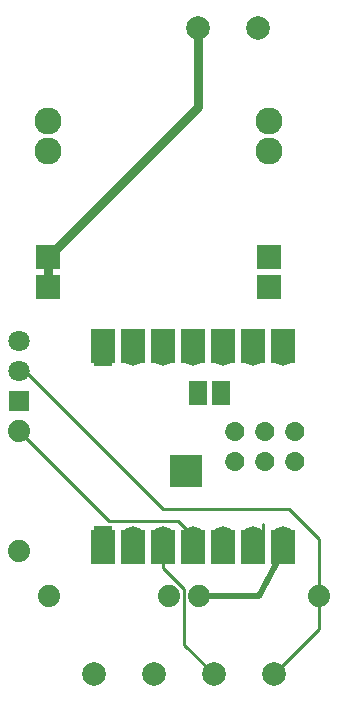
<source format=gtl>
G04 Layer: TopLayer*
G04 EasyEDA Pro v2.2.40.8, 2025-09-14 15:16:37*
G04 Gerber Generator version 0.3*
G04 Scale: 100 percent, Rotated: No, Reflected: No*
G04 Dimensions in millimeters*
G04 Leading zeros omitted, absolute positions, 4 integers and 5 decimals*
G04 Generated by one-click*
%FSLAX45Y45*%
%MOMM*%
%ADD10C,2.0*%
%ADD11C,1.8*%
%ADD12R,1.8X1.8*%
%ADD13C,1.8796*%
%ADD14R,2.0X2.99999*%
%ADD15R,2.8020X2.79999*%
%ADD16R,2.79999X2.79999*%
%ADD17R,1.524X2.032*%
%ADD18R,2.159X2.159*%
%ADD19C,2.286*%
%ADD20C,1.7*%
%ADD21R,1.5748X1.7*%
%ADD22C,0.8*%
%ADD23C,0.254*%
%ADD24C,0.5*%
G75*


G04 Pad Start*
G54D10*
G01X2400300Y-647700D03*
G01X1892300Y-647700D03*
G54D11*
G01X381000Y-3302000D03*
G01X381000Y-3556000D03*
G54D12*
G01X381000Y-3810000D03*
G54D13*
G01X1651000Y-5461000D03*
G01X635000Y-5461000D03*
G01X381000Y-4064000D03*
G01X381000Y-5080000D03*
G01X2921000Y-5461000D03*
G01X1905000Y-5461000D03*
G54D14*
G01X1094740Y-3341014D03*
G01X1348740Y-3341014D03*
G01X1602740Y-3341014D03*
G01X1856740Y-3341014D03*
G01X2110740Y-3341014D03*
G01X2364740Y-3341014D03*
G01X2618740Y-3341014D03*
G01X1094740Y-5040986D03*
G01X1348740Y-5040986D03*
G01X1602740Y-5040986D03*
G01X1856740Y-5040986D03*
G01X2110740Y-5040986D03*
G01X2364740Y-5040986D03*
G01X2618740Y-5040986D03*
G54D16*
G01X1796745Y-4401007D03*
G54D17*
G01X2086737Y-3741014D03*
G01X1896745Y-3741014D03*
G36*
G01X2796537Y-4063370D02*
G01X2796517Y-4065887D01*
G01X2796421Y-4068399D01*
G01X2796245Y-4070909D01*
G01X2795994Y-4073413D01*
G01X2795664Y-4075908D01*
G01X2795257Y-4078389D01*
G01X2794772Y-4080858D01*
G01X2794213Y-4083312D01*
G01X2793578Y-4085745D01*
G01X2792867Y-4088158D01*
G01X2792082Y-4090548D01*
G01X2791224Y-4092913D01*
G01X2790292Y-4095250D01*
G01X2789291Y-4097556D01*
G01X2788216Y-4099832D01*
G01X2787071Y-4102072D01*
G01X2785859Y-4104277D01*
G01X2784579Y-4106441D01*
G01X2783233Y-4108567D01*
G01X2781821Y-4110650D01*
G01X2780345Y-4112687D01*
G01X2778808Y-4114678D01*
G01X2777208Y-4116619D01*
G01X2775549Y-4118511D01*
G01X2773835Y-4120350D01*
G01X2772062Y-4122138D01*
G01X2770236Y-4123868D01*
G01X2768356Y-4125539D01*
G01X2766428Y-4127152D01*
G01X2764450Y-4128706D01*
G01X2762423Y-4130197D01*
G01X2760353Y-4131625D01*
G01X2758237Y-4132989D01*
G01X2756080Y-4134284D01*
G01X2753886Y-4135516D01*
G01X2751656Y-4136677D01*
G01X2749387Y-4137767D01*
G01X2747089Y-4138788D01*
G01X2744760Y-4139738D01*
G01X2742402Y-4140614D01*
G01X2740017Y-4141417D01*
G01X2737609Y-4142146D01*
G01X2735181Y-4142801D01*
G01X2732733Y-4143380D01*
G01X2730269Y-4143883D01*
G01X2727790Y-4144310D01*
G01X2725298Y-4144658D01*
G01X2722796Y-4144929D01*
G01X2720289Y-4145125D01*
G01X2717775Y-4145242D01*
G01X2715260Y-4145280D01*
G01X2712745Y-4145242D01*
G01X2710231Y-4145125D01*
G01X2707724Y-4144929D01*
G01X2705222Y-4144658D01*
G01X2702730Y-4144310D01*
G01X2700251Y-4143883D01*
G01X2697787Y-4143380D01*
G01X2695339Y-4142801D01*
G01X2692911Y-4142146D01*
G01X2690503Y-4141417D01*
G01X2688118Y-4140614D01*
G01X2685760Y-4139738D01*
G01X2683431Y-4138788D01*
G01X2681133Y-4137767D01*
G01X2678864Y-4136677D01*
G01X2676634Y-4135516D01*
G01X2674440Y-4134284D01*
G01X2672283Y-4132989D01*
G01X2670167Y-4131625D01*
G01X2668097Y-4130197D01*
G01X2666070Y-4128706D01*
G01X2664092Y-4127152D01*
G01X2662164Y-4125539D01*
G01X2660284Y-4123868D01*
G01X2658458Y-4122138D01*
G01X2656685Y-4120350D01*
G01X2654971Y-4118511D01*
G01X2653312Y-4116619D01*
G01X2651712Y-4114678D01*
G01X2650175Y-4112687D01*
G01X2648699Y-4110650D01*
G01X2647287Y-4108567D01*
G01X2645941Y-4106441D01*
G01X2644661Y-4104277D01*
G01X2643449Y-4102072D01*
G01X2642304Y-4099832D01*
G01X2641229Y-4097556D01*
G01X2640228Y-4095250D01*
G01X2639296Y-4092913D01*
G01X2638438Y-4090548D01*
G01X2637653Y-4088158D01*
G01X2636942Y-4085745D01*
G01X2636307Y-4083312D01*
G01X2635748Y-4080858D01*
G01X2635263Y-4078389D01*
G01X2634856Y-4075908D01*
G01X2634526Y-4073413D01*
G01X2634275Y-4070909D01*
G01X2634099Y-4068399D01*
G01X2634003Y-4065887D01*
G01X2633983Y-4063370D01*
G01X2634041Y-4060855D01*
G01X2634178Y-4058343D01*
G01X2634391Y-4055836D01*
G01X2634681Y-4053340D01*
G01X2635052Y-4050850D01*
G01X2635496Y-4048374D01*
G01X2636017Y-4045913D01*
G01X2636617Y-4043469D01*
G01X2637290Y-4041046D01*
G01X2638036Y-4038643D01*
G01X2638857Y-4036266D01*
G01X2639753Y-4033916D01*
G01X2640721Y-4031592D01*
G01X2641757Y-4029301D01*
G01X2642867Y-4027043D01*
G01X2644046Y-4024820D01*
G01X2645293Y-4022636D01*
G01X2646606Y-4020490D01*
G01X2647986Y-4018387D01*
G01X2649428Y-4016327D01*
G01X2650937Y-4014313D01*
G01X2652504Y-4012347D01*
G01X2654132Y-4010429D01*
G01X2655821Y-4008562D01*
G01X2657564Y-4006748D01*
G01X2659365Y-4004991D01*
G01X2661216Y-4003289D01*
G01X2663121Y-4001646D01*
G01X2665077Y-4000063D01*
G01X2667079Y-3998539D01*
G01X2669129Y-3997081D01*
G01X2671221Y-3995684D01*
G01X2673355Y-3994356D01*
G01X2675532Y-3993091D01*
G01X2677744Y-3991894D01*
G01X2679995Y-3990769D01*
G01X2682278Y-3989713D01*
G01X2684592Y-3988727D01*
G01X2686936Y-3987815D01*
G01X2689306Y-3986974D01*
G01X2691704Y-3986207D01*
G01X2694122Y-3985517D01*
G01X2696561Y-3984899D01*
G01X2699017Y-3984358D01*
G01X2701491Y-3983896D01*
G01X2703975Y-3983507D01*
G01X2706472Y-3983198D01*
G01X2708976Y-3982964D01*
G01X2711488Y-3982806D01*
G01X2714003Y-3982730D01*
G01X2716517Y-3982730D01*
G01X2719032Y-3982806D01*
G01X2721544Y-3982964D01*
G01X2724048Y-3983198D01*
G01X2726545Y-3983507D01*
G01X2729029Y-3983896D01*
G01X2731503Y-3984358D01*
G01X2733959Y-3984899D01*
G01X2736398Y-3985517D01*
G01X2738816Y-3986207D01*
G01X2741214Y-3986974D01*
G01X2743584Y-3987815D01*
G01X2745928Y-3988727D01*
G01X2748242Y-3989713D01*
G01X2750525Y-3990769D01*
G01X2752776Y-3991894D01*
G01X2754988Y-3993091D01*
G01X2757165Y-3994356D01*
G01X2759299Y-3995684D01*
G01X2761391Y-3997081D01*
G01X2763441Y-3998539D01*
G01X2765443Y-4000063D01*
G01X2767399Y-4001646D01*
G01X2769304Y-4003289D01*
G01X2771155Y-4004991D01*
G01X2772956Y-4006748D01*
G01X2774699Y-4008562D01*
G01X2776388Y-4010429D01*
G01X2778016Y-4012347D01*
G01X2779583Y-4014313D01*
G01X2781092Y-4016327D01*
G01X2782534Y-4018387D01*
G01X2783914Y-4020490D01*
G01X2785227Y-4022636D01*
G01X2786474Y-4024820D01*
G01X2787653Y-4027043D01*
G01X2788763Y-4029301D01*
G01X2789799Y-4031592D01*
G01X2790767Y-4033916D01*
G01X2791663Y-4036266D01*
G01X2792484Y-4038643D01*
G01X2793230Y-4041046D01*
G01X2793903Y-4043469D01*
G01X2794503Y-4045913D01*
G01X2795024Y-4048374D01*
G01X2795468Y-4050850D01*
G01X2795839Y-4053340D01*
G01X2796129Y-4055836D01*
G01X2796342Y-4058343D01*
G01X2796479Y-4060855D01*
G01X2796537Y-4063370D01*
G37*
G36*
G01X2796537Y-4317370D02*
G01X2796517Y-4319887D01*
G01X2796421Y-4322399D01*
G01X2796245Y-4324909D01*
G01X2795994Y-4327413D01*
G01X2795664Y-4329908D01*
G01X2795257Y-4332389D01*
G01X2794772Y-4334858D01*
G01X2794213Y-4337312D01*
G01X2793578Y-4339745D01*
G01X2792867Y-4342158D01*
G01X2792082Y-4344548D01*
G01X2791224Y-4346913D01*
G01X2790292Y-4349250D01*
G01X2789291Y-4351556D01*
G01X2788216Y-4353832D01*
G01X2787071Y-4356072D01*
G01X2785859Y-4358277D01*
G01X2784579Y-4360441D01*
G01X2783233Y-4362567D01*
G01X2781821Y-4364650D01*
G01X2780345Y-4366687D01*
G01X2778808Y-4368678D01*
G01X2777208Y-4370619D01*
G01X2775549Y-4372511D01*
G01X2773835Y-4374350D01*
G01X2772062Y-4376138D01*
G01X2770236Y-4377868D01*
G01X2768356Y-4379539D01*
G01X2766428Y-4381152D01*
G01X2764450Y-4382706D01*
G01X2762423Y-4384197D01*
G01X2760353Y-4385625D01*
G01X2758237Y-4386989D01*
G01X2756080Y-4388284D01*
G01X2753886Y-4389516D01*
G01X2751656Y-4390677D01*
G01X2749387Y-4391767D01*
G01X2747089Y-4392788D01*
G01X2744760Y-4393738D01*
G01X2742402Y-4394614D01*
G01X2740017Y-4395417D01*
G01X2737609Y-4396146D01*
G01X2735181Y-4396801D01*
G01X2732733Y-4397380D01*
G01X2730269Y-4397883D01*
G01X2727790Y-4398310D01*
G01X2725298Y-4398658D01*
G01X2722796Y-4398929D01*
G01X2720289Y-4399125D01*
G01X2717775Y-4399242D01*
G01X2715260Y-4399280D01*
G01X2712745Y-4399242D01*
G01X2710231Y-4399125D01*
G01X2707724Y-4398929D01*
G01X2705222Y-4398658D01*
G01X2702730Y-4398310D01*
G01X2700251Y-4397883D01*
G01X2697787Y-4397380D01*
G01X2695339Y-4396801D01*
G01X2692911Y-4396146D01*
G01X2690503Y-4395417D01*
G01X2688118Y-4394614D01*
G01X2685760Y-4393738D01*
G01X2683431Y-4392788D01*
G01X2681133Y-4391767D01*
G01X2678864Y-4390677D01*
G01X2676634Y-4389516D01*
G01X2674440Y-4388284D01*
G01X2672283Y-4386989D01*
G01X2670167Y-4385625D01*
G01X2668097Y-4384197D01*
G01X2666070Y-4382706D01*
G01X2664092Y-4381152D01*
G01X2662164Y-4379539D01*
G01X2660284Y-4377868D01*
G01X2658458Y-4376138D01*
G01X2656685Y-4374350D01*
G01X2654971Y-4372511D01*
G01X2653312Y-4370619D01*
G01X2651712Y-4368678D01*
G01X2650175Y-4366687D01*
G01X2648699Y-4364650D01*
G01X2647287Y-4362567D01*
G01X2645941Y-4360441D01*
G01X2644661Y-4358277D01*
G01X2643449Y-4356072D01*
G01X2642304Y-4353832D01*
G01X2641229Y-4351556D01*
G01X2640228Y-4349250D01*
G01X2639296Y-4346913D01*
G01X2638438Y-4344548D01*
G01X2637653Y-4342158D01*
G01X2636942Y-4339745D01*
G01X2636307Y-4337312D01*
G01X2635748Y-4334858D01*
G01X2635263Y-4332389D01*
G01X2634856Y-4329908D01*
G01X2634526Y-4327413D01*
G01X2634275Y-4324909D01*
G01X2634099Y-4322399D01*
G01X2634003Y-4319887D01*
G01X2633983Y-4317370D01*
G01X2634041Y-4314855D01*
G01X2634178Y-4312343D01*
G01X2634391Y-4309836D01*
G01X2634681Y-4307340D01*
G01X2635052Y-4304850D01*
G01X2635496Y-4302374D01*
G01X2636017Y-4299913D01*
G01X2636617Y-4297469D01*
G01X2637290Y-4295046D01*
G01X2638036Y-4292643D01*
G01X2638857Y-4290266D01*
G01X2639753Y-4287916D01*
G01X2640721Y-4285592D01*
G01X2641757Y-4283301D01*
G01X2642867Y-4281043D01*
G01X2644046Y-4278820D01*
G01X2645293Y-4276636D01*
G01X2646606Y-4274490D01*
G01X2647986Y-4272387D01*
G01X2649428Y-4270327D01*
G01X2650937Y-4268313D01*
G01X2652504Y-4266347D01*
G01X2654132Y-4264429D01*
G01X2655821Y-4262562D01*
G01X2657564Y-4260748D01*
G01X2659365Y-4258991D01*
G01X2661216Y-4257289D01*
G01X2663121Y-4255646D01*
G01X2665077Y-4254063D01*
G01X2667079Y-4252539D01*
G01X2669129Y-4251081D01*
G01X2671221Y-4249684D01*
G01X2673355Y-4248356D01*
G01X2675532Y-4247091D01*
G01X2677744Y-4245894D01*
G01X2679995Y-4244769D01*
G01X2682278Y-4243713D01*
G01X2684592Y-4242727D01*
G01X2686936Y-4241815D01*
G01X2689306Y-4240974D01*
G01X2691704Y-4240207D01*
G01X2694122Y-4239517D01*
G01X2696561Y-4238899D01*
G01X2699017Y-4238358D01*
G01X2701491Y-4237896D01*
G01X2703975Y-4237507D01*
G01X2706472Y-4237198D01*
G01X2708976Y-4236964D01*
G01X2711488Y-4236806D01*
G01X2714003Y-4236730D01*
G01X2716517Y-4236730D01*
G01X2719032Y-4236806D01*
G01X2721544Y-4236964D01*
G01X2724048Y-4237198D01*
G01X2726545Y-4237507D01*
G01X2729029Y-4237896D01*
G01X2731503Y-4238358D01*
G01X2733959Y-4238899D01*
G01X2736398Y-4239517D01*
G01X2738816Y-4240207D01*
G01X2741214Y-4240974D01*
G01X2743584Y-4241815D01*
G01X2745928Y-4242727D01*
G01X2748242Y-4243713D01*
G01X2750525Y-4244769D01*
G01X2752776Y-4245894D01*
G01X2754988Y-4247091D01*
G01X2757165Y-4248356D01*
G01X2759299Y-4249684D01*
G01X2761391Y-4251081D01*
G01X2763441Y-4252539D01*
G01X2765443Y-4254063D01*
G01X2767399Y-4255646D01*
G01X2769304Y-4257289D01*
G01X2771155Y-4258991D01*
G01X2772956Y-4260748D01*
G01X2774699Y-4262562D01*
G01X2776388Y-4264429D01*
G01X2778016Y-4266347D01*
G01X2779583Y-4268313D01*
G01X2781092Y-4270327D01*
G01X2782534Y-4272387D01*
G01X2783914Y-4274490D01*
G01X2785227Y-4276636D01*
G01X2786474Y-4278820D01*
G01X2787653Y-4281043D01*
G01X2788763Y-4283301D01*
G01X2789799Y-4285592D01*
G01X2790767Y-4287916D01*
G01X2791663Y-4290266D01*
G01X2792484Y-4292643D01*
G01X2793230Y-4295046D01*
G01X2793903Y-4297469D01*
G01X2794503Y-4299913D01*
G01X2795024Y-4302374D01*
G01X2795468Y-4304850D01*
G01X2795839Y-4307340D01*
G01X2796129Y-4309836D01*
G01X2796342Y-4312343D01*
G01X2796479Y-4314855D01*
G01X2796537Y-4317370D01*
G37*
G36*
G01X2542537Y-4317370D02*
G01X2542517Y-4319887D01*
G01X2542421Y-4322399D01*
G01X2542245Y-4324909D01*
G01X2541994Y-4327413D01*
G01X2541664Y-4329908D01*
G01X2541257Y-4332389D01*
G01X2540772Y-4334858D01*
G01X2540213Y-4337312D01*
G01X2539578Y-4339745D01*
G01X2538867Y-4342158D01*
G01X2538082Y-4344548D01*
G01X2537224Y-4346913D01*
G01X2536292Y-4349250D01*
G01X2535291Y-4351556D01*
G01X2534216Y-4353832D01*
G01X2533071Y-4356072D01*
G01X2531859Y-4358277D01*
G01X2530579Y-4360441D01*
G01X2529233Y-4362567D01*
G01X2527821Y-4364650D01*
G01X2526345Y-4366687D01*
G01X2524808Y-4368678D01*
G01X2523208Y-4370619D01*
G01X2521549Y-4372511D01*
G01X2519835Y-4374350D01*
G01X2518062Y-4376138D01*
G01X2516236Y-4377868D01*
G01X2514356Y-4379539D01*
G01X2512428Y-4381152D01*
G01X2510450Y-4382706D01*
G01X2508423Y-4384197D01*
G01X2506353Y-4385625D01*
G01X2504237Y-4386989D01*
G01X2502080Y-4388284D01*
G01X2499886Y-4389516D01*
G01X2497656Y-4390677D01*
G01X2495387Y-4391767D01*
G01X2493089Y-4392788D01*
G01X2490760Y-4393738D01*
G01X2488402Y-4394614D01*
G01X2486017Y-4395417D01*
G01X2483609Y-4396146D01*
G01X2481181Y-4396801D01*
G01X2478733Y-4397380D01*
G01X2476269Y-4397883D01*
G01X2473790Y-4398310D01*
G01X2471298Y-4398658D01*
G01X2468796Y-4398929D01*
G01X2466289Y-4399125D01*
G01X2463775Y-4399242D01*
G01X2461260Y-4399280D01*
G01X2458745Y-4399242D01*
G01X2456231Y-4399125D01*
G01X2453724Y-4398929D01*
G01X2451222Y-4398658D01*
G01X2448730Y-4398310D01*
G01X2446251Y-4397883D01*
G01X2443787Y-4397380D01*
G01X2441339Y-4396801D01*
G01X2438911Y-4396146D01*
G01X2436503Y-4395417D01*
G01X2434118Y-4394614D01*
G01X2431760Y-4393738D01*
G01X2429431Y-4392788D01*
G01X2427133Y-4391767D01*
G01X2424864Y-4390677D01*
G01X2422634Y-4389516D01*
G01X2420440Y-4388284D01*
G01X2418283Y-4386989D01*
G01X2416167Y-4385625D01*
G01X2414097Y-4384197D01*
G01X2412070Y-4382706D01*
G01X2410092Y-4381152D01*
G01X2408164Y-4379539D01*
G01X2406284Y-4377868D01*
G01X2404458Y-4376138D01*
G01X2402685Y-4374350D01*
G01X2400971Y-4372511D01*
G01X2399312Y-4370619D01*
G01X2397712Y-4368678D01*
G01X2396175Y-4366687D01*
G01X2394699Y-4364650D01*
G01X2393287Y-4362567D01*
G01X2391941Y-4360441D01*
G01X2390661Y-4358277D01*
G01X2389449Y-4356072D01*
G01X2388304Y-4353832D01*
G01X2387229Y-4351556D01*
G01X2386228Y-4349250D01*
G01X2385296Y-4346913D01*
G01X2384438Y-4344548D01*
G01X2383653Y-4342158D01*
G01X2382942Y-4339745D01*
G01X2382307Y-4337312D01*
G01X2381748Y-4334858D01*
G01X2381263Y-4332389D01*
G01X2380856Y-4329908D01*
G01X2380526Y-4327413D01*
G01X2380275Y-4324909D01*
G01X2380099Y-4322399D01*
G01X2380003Y-4319887D01*
G01X2379983Y-4317370D01*
G01X2380041Y-4314855D01*
G01X2380178Y-4312343D01*
G01X2380391Y-4309836D01*
G01X2380681Y-4307340D01*
G01X2381052Y-4304850D01*
G01X2381496Y-4302374D01*
G01X2382017Y-4299913D01*
G01X2382617Y-4297469D01*
G01X2383290Y-4295046D01*
G01X2384036Y-4292643D01*
G01X2384857Y-4290266D01*
G01X2385753Y-4287916D01*
G01X2386721Y-4285592D01*
G01X2387757Y-4283301D01*
G01X2388867Y-4281043D01*
G01X2390046Y-4278820D01*
G01X2391293Y-4276636D01*
G01X2392606Y-4274490D01*
G01X2393986Y-4272387D01*
G01X2395428Y-4270327D01*
G01X2396937Y-4268313D01*
G01X2398504Y-4266347D01*
G01X2400132Y-4264429D01*
G01X2401821Y-4262562D01*
G01X2403564Y-4260748D01*
G01X2405365Y-4258991D01*
G01X2407216Y-4257289D01*
G01X2409121Y-4255646D01*
G01X2411077Y-4254063D01*
G01X2413079Y-4252539D01*
G01X2415129Y-4251081D01*
G01X2417221Y-4249684D01*
G01X2419355Y-4248356D01*
G01X2421532Y-4247091D01*
G01X2423744Y-4245894D01*
G01X2425995Y-4244769D01*
G01X2428278Y-4243713D01*
G01X2430592Y-4242727D01*
G01X2432936Y-4241815D01*
G01X2435306Y-4240974D01*
G01X2437704Y-4240207D01*
G01X2440122Y-4239517D01*
G01X2442561Y-4238899D01*
G01X2445017Y-4238358D01*
G01X2447491Y-4237896D01*
G01X2449975Y-4237507D01*
G01X2452472Y-4237198D01*
G01X2454976Y-4236964D01*
G01X2457488Y-4236806D01*
G01X2460003Y-4236730D01*
G01X2462517Y-4236730D01*
G01X2465032Y-4236806D01*
G01X2467544Y-4236964D01*
G01X2470048Y-4237198D01*
G01X2472545Y-4237507D01*
G01X2475029Y-4237896D01*
G01X2477503Y-4238358D01*
G01X2479959Y-4238899D01*
G01X2482398Y-4239517D01*
G01X2484816Y-4240207D01*
G01X2487214Y-4240974D01*
G01X2489584Y-4241815D01*
G01X2491928Y-4242727D01*
G01X2494242Y-4243713D01*
G01X2496525Y-4244769D01*
G01X2498776Y-4245894D01*
G01X2500988Y-4247091D01*
G01X2503165Y-4248356D01*
G01X2505299Y-4249684D01*
G01X2507391Y-4251081D01*
G01X2509441Y-4252539D01*
G01X2511443Y-4254063D01*
G01X2513399Y-4255646D01*
G01X2515304Y-4257289D01*
G01X2517155Y-4258991D01*
G01X2518956Y-4260748D01*
G01X2520699Y-4262562D01*
G01X2522388Y-4264429D01*
G01X2524016Y-4266347D01*
G01X2525583Y-4268313D01*
G01X2527092Y-4270327D01*
G01X2528534Y-4272387D01*
G01X2529914Y-4274490D01*
G01X2531227Y-4276636D01*
G01X2532474Y-4278820D01*
G01X2533653Y-4281043D01*
G01X2534763Y-4283301D01*
G01X2535799Y-4285592D01*
G01X2536767Y-4287916D01*
G01X2537663Y-4290266D01*
G01X2538484Y-4292643D01*
G01X2539230Y-4295046D01*
G01X2539903Y-4297469D01*
G01X2540503Y-4299913D01*
G01X2541024Y-4302374D01*
G01X2541468Y-4304850D01*
G01X2541839Y-4307340D01*
G01X2542129Y-4309836D01*
G01X2542342Y-4312343D01*
G01X2542479Y-4314855D01*
G01X2542537Y-4317370D01*
G37*
G36*
G01X2542537Y-4063370D02*
G01X2542517Y-4065887D01*
G01X2542421Y-4068399D01*
G01X2542245Y-4070909D01*
G01X2541994Y-4073413D01*
G01X2541664Y-4075908D01*
G01X2541257Y-4078389D01*
G01X2540772Y-4080858D01*
G01X2540213Y-4083312D01*
G01X2539578Y-4085745D01*
G01X2538867Y-4088158D01*
G01X2538082Y-4090548D01*
G01X2537224Y-4092913D01*
G01X2536292Y-4095250D01*
G01X2535291Y-4097556D01*
G01X2534216Y-4099832D01*
G01X2533071Y-4102072D01*
G01X2531859Y-4104277D01*
G01X2530579Y-4106441D01*
G01X2529233Y-4108567D01*
G01X2527821Y-4110650D01*
G01X2526345Y-4112687D01*
G01X2524808Y-4114678D01*
G01X2523208Y-4116619D01*
G01X2521549Y-4118511D01*
G01X2519835Y-4120350D01*
G01X2518062Y-4122138D01*
G01X2516236Y-4123868D01*
G01X2514356Y-4125539D01*
G01X2512428Y-4127152D01*
G01X2510450Y-4128706D01*
G01X2508423Y-4130197D01*
G01X2506353Y-4131625D01*
G01X2504237Y-4132989D01*
G01X2502080Y-4134284D01*
G01X2499886Y-4135516D01*
G01X2497656Y-4136677D01*
G01X2495387Y-4137767D01*
G01X2493089Y-4138788D01*
G01X2490760Y-4139738D01*
G01X2488402Y-4140614D01*
G01X2486017Y-4141417D01*
G01X2483609Y-4142146D01*
G01X2481181Y-4142801D01*
G01X2478733Y-4143380D01*
G01X2476269Y-4143883D01*
G01X2473790Y-4144310D01*
G01X2471298Y-4144658D01*
G01X2468796Y-4144929D01*
G01X2466289Y-4145125D01*
G01X2463775Y-4145242D01*
G01X2461260Y-4145280D01*
G01X2458745Y-4145242D01*
G01X2456231Y-4145125D01*
G01X2453724Y-4144929D01*
G01X2451222Y-4144658D01*
G01X2448730Y-4144310D01*
G01X2446251Y-4143883D01*
G01X2443787Y-4143380D01*
G01X2441339Y-4142801D01*
G01X2438911Y-4142146D01*
G01X2436503Y-4141417D01*
G01X2434118Y-4140614D01*
G01X2431760Y-4139738D01*
G01X2429431Y-4138788D01*
G01X2427133Y-4137767D01*
G01X2424864Y-4136677D01*
G01X2422634Y-4135516D01*
G01X2420440Y-4134284D01*
G01X2418283Y-4132989D01*
G01X2416167Y-4131625D01*
G01X2414097Y-4130197D01*
G01X2412070Y-4128706D01*
G01X2410092Y-4127152D01*
G01X2408164Y-4125539D01*
G01X2406284Y-4123868D01*
G01X2404458Y-4122138D01*
G01X2402685Y-4120350D01*
G01X2400971Y-4118511D01*
G01X2399312Y-4116619D01*
G01X2397712Y-4114678D01*
G01X2396175Y-4112687D01*
G01X2394699Y-4110650D01*
G01X2393287Y-4108567D01*
G01X2391941Y-4106441D01*
G01X2390661Y-4104277D01*
G01X2389449Y-4102072D01*
G01X2388304Y-4099832D01*
G01X2387229Y-4097556D01*
G01X2386228Y-4095250D01*
G01X2385296Y-4092913D01*
G01X2384438Y-4090548D01*
G01X2383653Y-4088158D01*
G01X2382942Y-4085745D01*
G01X2382307Y-4083312D01*
G01X2381748Y-4080858D01*
G01X2381263Y-4078389D01*
G01X2380856Y-4075908D01*
G01X2380526Y-4073413D01*
G01X2380275Y-4070909D01*
G01X2380099Y-4068399D01*
G01X2380003Y-4065887D01*
G01X2379983Y-4063370D01*
G01X2380041Y-4060855D01*
G01X2380178Y-4058343D01*
G01X2380391Y-4055836D01*
G01X2380681Y-4053340D01*
G01X2381052Y-4050850D01*
G01X2381496Y-4048374D01*
G01X2382017Y-4045913D01*
G01X2382617Y-4043469D01*
G01X2383290Y-4041046D01*
G01X2384036Y-4038643D01*
G01X2384857Y-4036266D01*
G01X2385753Y-4033916D01*
G01X2386721Y-4031592D01*
G01X2387757Y-4029301D01*
G01X2388867Y-4027043D01*
G01X2390046Y-4024820D01*
G01X2391293Y-4022636D01*
G01X2392606Y-4020490D01*
G01X2393986Y-4018387D01*
G01X2395428Y-4016327D01*
G01X2396937Y-4014313D01*
G01X2398504Y-4012347D01*
G01X2400132Y-4010429D01*
G01X2401821Y-4008562D01*
G01X2403564Y-4006748D01*
G01X2405365Y-4004991D01*
G01X2407216Y-4003289D01*
G01X2409121Y-4001646D01*
G01X2411077Y-4000063D01*
G01X2413079Y-3998539D01*
G01X2415129Y-3997081D01*
G01X2417221Y-3995684D01*
G01X2419355Y-3994356D01*
G01X2421532Y-3993091D01*
G01X2423744Y-3991894D01*
G01X2425995Y-3990769D01*
G01X2428278Y-3989713D01*
G01X2430592Y-3988727D01*
G01X2432936Y-3987815D01*
G01X2435306Y-3986974D01*
G01X2437704Y-3986207D01*
G01X2440122Y-3985517D01*
G01X2442561Y-3984899D01*
G01X2445017Y-3984358D01*
G01X2447491Y-3983896D01*
G01X2449975Y-3983507D01*
G01X2452472Y-3983198D01*
G01X2454976Y-3982964D01*
G01X2457488Y-3982806D01*
G01X2460003Y-3982730D01*
G01X2462517Y-3982730D01*
G01X2465032Y-3982806D01*
G01X2467544Y-3982964D01*
G01X2470048Y-3983198D01*
G01X2472545Y-3983507D01*
G01X2475029Y-3983896D01*
G01X2477503Y-3984358D01*
G01X2479959Y-3984899D01*
G01X2482398Y-3985517D01*
G01X2484816Y-3986207D01*
G01X2487214Y-3986974D01*
G01X2489584Y-3987815D01*
G01X2491928Y-3988727D01*
G01X2494242Y-3989713D01*
G01X2496525Y-3990769D01*
G01X2498776Y-3991894D01*
G01X2500988Y-3993091D01*
G01X2503165Y-3994356D01*
G01X2505299Y-3995684D01*
G01X2507391Y-3997081D01*
G01X2509441Y-3998539D01*
G01X2511443Y-4000063D01*
G01X2513399Y-4001646D01*
G01X2515304Y-4003289D01*
G01X2517155Y-4004991D01*
G01X2518956Y-4006748D01*
G01X2520699Y-4008562D01*
G01X2522388Y-4010429D01*
G01X2524016Y-4012347D01*
G01X2525583Y-4014313D01*
G01X2527092Y-4016327D01*
G01X2528534Y-4018387D01*
G01X2529914Y-4020490D01*
G01X2531227Y-4022636D01*
G01X2532474Y-4024820D01*
G01X2533653Y-4027043D01*
G01X2534763Y-4029301D01*
G01X2535799Y-4031592D01*
G01X2536767Y-4033916D01*
G01X2537663Y-4036266D01*
G01X2538484Y-4038643D01*
G01X2539230Y-4041046D01*
G01X2539903Y-4043469D01*
G01X2540503Y-4045913D01*
G01X2541024Y-4048374D01*
G01X2541468Y-4050850D01*
G01X2541839Y-4053340D01*
G01X2542129Y-4055836D01*
G01X2542342Y-4058343D01*
G01X2542479Y-4060855D01*
G01X2542537Y-4063370D01*
G37*
G36*
G01X2288537Y-4317370D02*
G01X2288517Y-4319887D01*
G01X2288421Y-4322399D01*
G01X2288245Y-4324909D01*
G01X2287994Y-4327413D01*
G01X2287664Y-4329908D01*
G01X2287257Y-4332389D01*
G01X2286772Y-4334858D01*
G01X2286213Y-4337312D01*
G01X2285578Y-4339745D01*
G01X2284867Y-4342158D01*
G01X2284082Y-4344548D01*
G01X2283224Y-4346913D01*
G01X2282292Y-4349250D01*
G01X2281291Y-4351556D01*
G01X2280216Y-4353832D01*
G01X2279071Y-4356072D01*
G01X2277859Y-4358277D01*
G01X2276579Y-4360441D01*
G01X2275233Y-4362567D01*
G01X2273821Y-4364650D01*
G01X2272345Y-4366687D01*
G01X2270808Y-4368678D01*
G01X2269208Y-4370619D01*
G01X2267549Y-4372511D01*
G01X2265835Y-4374350D01*
G01X2264062Y-4376138D01*
G01X2262236Y-4377868D01*
G01X2260356Y-4379539D01*
G01X2258428Y-4381152D01*
G01X2256450Y-4382706D01*
G01X2254423Y-4384197D01*
G01X2252353Y-4385625D01*
G01X2250237Y-4386989D01*
G01X2248080Y-4388284D01*
G01X2245886Y-4389516D01*
G01X2243656Y-4390677D01*
G01X2241387Y-4391767D01*
G01X2239089Y-4392788D01*
G01X2236760Y-4393738D01*
G01X2234402Y-4394614D01*
G01X2232017Y-4395417D01*
G01X2229609Y-4396146D01*
G01X2227181Y-4396801D01*
G01X2224733Y-4397380D01*
G01X2222269Y-4397883D01*
G01X2219790Y-4398310D01*
G01X2217298Y-4398658D01*
G01X2214796Y-4398929D01*
G01X2212289Y-4399125D01*
G01X2209775Y-4399242D01*
G01X2207260Y-4399280D01*
G01X2204745Y-4399242D01*
G01X2202231Y-4399125D01*
G01X2199724Y-4398929D01*
G01X2197222Y-4398658D01*
G01X2194730Y-4398310D01*
G01X2192251Y-4397883D01*
G01X2189787Y-4397380D01*
G01X2187339Y-4396801D01*
G01X2184911Y-4396146D01*
G01X2182503Y-4395417D01*
G01X2180118Y-4394614D01*
G01X2177760Y-4393738D01*
G01X2175431Y-4392788D01*
G01X2173133Y-4391767D01*
G01X2170864Y-4390677D01*
G01X2168634Y-4389516D01*
G01X2166440Y-4388284D01*
G01X2164283Y-4386989D01*
G01X2162167Y-4385625D01*
G01X2160097Y-4384197D01*
G01X2158070Y-4382706D01*
G01X2156092Y-4381152D01*
G01X2154164Y-4379539D01*
G01X2152284Y-4377868D01*
G01X2150458Y-4376138D01*
G01X2148685Y-4374350D01*
G01X2146971Y-4372511D01*
G01X2145312Y-4370619D01*
G01X2143712Y-4368678D01*
G01X2142175Y-4366687D01*
G01X2140699Y-4364650D01*
G01X2139287Y-4362567D01*
G01X2137941Y-4360441D01*
G01X2136661Y-4358277D01*
G01X2135449Y-4356072D01*
G01X2134304Y-4353832D01*
G01X2133229Y-4351556D01*
G01X2132228Y-4349250D01*
G01X2131296Y-4346913D01*
G01X2130438Y-4344548D01*
G01X2129653Y-4342158D01*
G01X2128942Y-4339745D01*
G01X2128307Y-4337312D01*
G01X2127748Y-4334858D01*
G01X2127263Y-4332389D01*
G01X2126856Y-4329908D01*
G01X2126526Y-4327413D01*
G01X2126275Y-4324909D01*
G01X2126099Y-4322399D01*
G01X2126003Y-4319887D01*
G01X2125983Y-4317370D01*
G01X2126041Y-4314855D01*
G01X2126178Y-4312343D01*
G01X2126391Y-4309836D01*
G01X2126681Y-4307340D01*
G01X2127052Y-4304850D01*
G01X2127496Y-4302374D01*
G01X2128017Y-4299913D01*
G01X2128617Y-4297469D01*
G01X2129290Y-4295046D01*
G01X2130036Y-4292643D01*
G01X2130857Y-4290266D01*
G01X2131753Y-4287916D01*
G01X2132721Y-4285592D01*
G01X2133757Y-4283301D01*
G01X2134867Y-4281043D01*
G01X2136046Y-4278820D01*
G01X2137293Y-4276636D01*
G01X2138606Y-4274490D01*
G01X2139986Y-4272387D01*
G01X2141428Y-4270327D01*
G01X2142937Y-4268313D01*
G01X2144504Y-4266347D01*
G01X2146132Y-4264429D01*
G01X2147821Y-4262562D01*
G01X2149564Y-4260748D01*
G01X2151365Y-4258991D01*
G01X2153216Y-4257289D01*
G01X2155121Y-4255646D01*
G01X2157077Y-4254063D01*
G01X2159079Y-4252539D01*
G01X2161129Y-4251081D01*
G01X2163221Y-4249684D01*
G01X2165355Y-4248356D01*
G01X2167532Y-4247091D01*
G01X2169744Y-4245894D01*
G01X2171995Y-4244769D01*
G01X2174278Y-4243713D01*
G01X2176592Y-4242727D01*
G01X2178936Y-4241815D01*
G01X2181306Y-4240974D01*
G01X2183704Y-4240207D01*
G01X2186122Y-4239517D01*
G01X2188561Y-4238899D01*
G01X2191017Y-4238358D01*
G01X2193491Y-4237896D01*
G01X2195975Y-4237507D01*
G01X2198472Y-4237198D01*
G01X2200976Y-4236964D01*
G01X2203488Y-4236806D01*
G01X2206003Y-4236730D01*
G01X2208517Y-4236730D01*
G01X2211032Y-4236806D01*
G01X2213544Y-4236964D01*
G01X2216048Y-4237198D01*
G01X2218545Y-4237507D01*
G01X2221029Y-4237896D01*
G01X2223503Y-4238358D01*
G01X2225959Y-4238899D01*
G01X2228398Y-4239517D01*
G01X2230816Y-4240207D01*
G01X2233214Y-4240974D01*
G01X2235584Y-4241815D01*
G01X2237928Y-4242727D01*
G01X2240242Y-4243713D01*
G01X2242525Y-4244769D01*
G01X2244776Y-4245894D01*
G01X2246988Y-4247091D01*
G01X2249165Y-4248356D01*
G01X2251299Y-4249684D01*
G01X2253391Y-4251081D01*
G01X2255441Y-4252539D01*
G01X2257443Y-4254063D01*
G01X2259399Y-4255646D01*
G01X2261304Y-4257289D01*
G01X2263155Y-4258991D01*
G01X2264956Y-4260748D01*
G01X2266699Y-4262562D01*
G01X2268388Y-4264429D01*
G01X2270016Y-4266347D01*
G01X2271583Y-4268313D01*
G01X2273092Y-4270327D01*
G01X2274534Y-4272387D01*
G01X2275914Y-4274490D01*
G01X2277227Y-4276636D01*
G01X2278474Y-4278820D01*
G01X2279653Y-4281043D01*
G01X2280763Y-4283301D01*
G01X2281799Y-4285592D01*
G01X2282767Y-4287916D01*
G01X2283663Y-4290266D01*
G01X2284484Y-4292643D01*
G01X2285230Y-4295046D01*
G01X2285903Y-4297469D01*
G01X2286503Y-4299913D01*
G01X2287024Y-4302374D01*
G01X2287468Y-4304850D01*
G01X2287839Y-4307340D01*
G01X2288129Y-4309836D01*
G01X2288342Y-4312343D01*
G01X2288479Y-4314855D01*
G01X2288537Y-4317370D01*
G37*
G36*
G01X2288537Y-4063370D02*
G01X2288517Y-4065887D01*
G01X2288421Y-4068399D01*
G01X2288245Y-4070909D01*
G01X2287994Y-4073413D01*
G01X2287664Y-4075908D01*
G01X2287257Y-4078389D01*
G01X2286772Y-4080858D01*
G01X2286213Y-4083312D01*
G01X2285578Y-4085745D01*
G01X2284867Y-4088158D01*
G01X2284082Y-4090548D01*
G01X2283224Y-4092913D01*
G01X2282292Y-4095250D01*
G01X2281291Y-4097556D01*
G01X2280216Y-4099832D01*
G01X2279071Y-4102072D01*
G01X2277859Y-4104277D01*
G01X2276579Y-4106441D01*
G01X2275233Y-4108567D01*
G01X2273821Y-4110650D01*
G01X2272345Y-4112687D01*
G01X2270808Y-4114678D01*
G01X2269208Y-4116619D01*
G01X2267549Y-4118511D01*
G01X2265835Y-4120350D01*
G01X2264062Y-4122138D01*
G01X2262236Y-4123868D01*
G01X2260356Y-4125539D01*
G01X2258428Y-4127152D01*
G01X2256450Y-4128706D01*
G01X2254423Y-4130197D01*
G01X2252353Y-4131625D01*
G01X2250237Y-4132989D01*
G01X2248080Y-4134284D01*
G01X2245886Y-4135516D01*
G01X2243656Y-4136677D01*
G01X2241387Y-4137767D01*
G01X2239089Y-4138788D01*
G01X2236760Y-4139738D01*
G01X2234402Y-4140614D01*
G01X2232017Y-4141417D01*
G01X2229609Y-4142146D01*
G01X2227181Y-4142801D01*
G01X2224733Y-4143380D01*
G01X2222269Y-4143883D01*
G01X2219790Y-4144310D01*
G01X2217298Y-4144658D01*
G01X2214796Y-4144929D01*
G01X2212289Y-4145125D01*
G01X2209775Y-4145242D01*
G01X2207260Y-4145280D01*
G01X2204745Y-4145242D01*
G01X2202231Y-4145125D01*
G01X2199724Y-4144929D01*
G01X2197222Y-4144658D01*
G01X2194730Y-4144310D01*
G01X2192251Y-4143883D01*
G01X2189787Y-4143380D01*
G01X2187339Y-4142801D01*
G01X2184911Y-4142146D01*
G01X2182503Y-4141417D01*
G01X2180118Y-4140614D01*
G01X2177760Y-4139738D01*
G01X2175431Y-4138788D01*
G01X2173133Y-4137767D01*
G01X2170864Y-4136677D01*
G01X2168634Y-4135516D01*
G01X2166440Y-4134284D01*
G01X2164283Y-4132989D01*
G01X2162167Y-4131625D01*
G01X2160097Y-4130197D01*
G01X2158070Y-4128706D01*
G01X2156092Y-4127152D01*
G01X2154164Y-4125539D01*
G01X2152284Y-4123868D01*
G01X2150458Y-4122138D01*
G01X2148685Y-4120350D01*
G01X2146971Y-4118511D01*
G01X2145312Y-4116619D01*
G01X2143712Y-4114678D01*
G01X2142175Y-4112687D01*
G01X2140699Y-4110650D01*
G01X2139287Y-4108567D01*
G01X2137941Y-4106441D01*
G01X2136661Y-4104277D01*
G01X2135449Y-4102072D01*
G01X2134304Y-4099832D01*
G01X2133229Y-4097556D01*
G01X2132228Y-4095250D01*
G01X2131296Y-4092913D01*
G01X2130438Y-4090548D01*
G01X2129653Y-4088158D01*
G01X2128942Y-4085745D01*
G01X2128307Y-4083312D01*
G01X2127748Y-4080858D01*
G01X2127263Y-4078389D01*
G01X2126856Y-4075908D01*
G01X2126526Y-4073413D01*
G01X2126275Y-4070909D01*
G01X2126099Y-4068399D01*
G01X2126003Y-4065887D01*
G01X2125983Y-4063370D01*
G01X2126041Y-4060855D01*
G01X2126178Y-4058343D01*
G01X2126391Y-4055836D01*
G01X2126681Y-4053340D01*
G01X2127052Y-4050850D01*
G01X2127496Y-4048374D01*
G01X2128017Y-4045913D01*
G01X2128617Y-4043469D01*
G01X2129290Y-4041046D01*
G01X2130036Y-4038643D01*
G01X2130857Y-4036266D01*
G01X2131753Y-4033916D01*
G01X2132721Y-4031592D01*
G01X2133757Y-4029301D01*
G01X2134867Y-4027043D01*
G01X2136046Y-4024820D01*
G01X2137293Y-4022636D01*
G01X2138606Y-4020490D01*
G01X2139986Y-4018387D01*
G01X2141428Y-4016327D01*
G01X2142937Y-4014313D01*
G01X2144504Y-4012347D01*
G01X2146132Y-4010429D01*
G01X2147821Y-4008562D01*
G01X2149564Y-4006748D01*
G01X2151365Y-4004991D01*
G01X2153216Y-4003289D01*
G01X2155121Y-4001646D01*
G01X2157077Y-4000063D01*
G01X2159079Y-3998539D01*
G01X2161129Y-3997081D01*
G01X2163221Y-3995684D01*
G01X2165355Y-3994356D01*
G01X2167532Y-3993091D01*
G01X2169744Y-3991894D01*
G01X2171995Y-3990769D01*
G01X2174278Y-3989713D01*
G01X2176592Y-3988727D01*
G01X2178936Y-3987815D01*
G01X2181306Y-3986974D01*
G01X2183704Y-3986207D01*
G01X2186122Y-3985517D01*
G01X2188561Y-3984899D01*
G01X2191017Y-3984358D01*
G01X2193491Y-3983896D01*
G01X2195975Y-3983507D01*
G01X2198472Y-3983198D01*
G01X2200976Y-3982964D01*
G01X2203488Y-3982806D01*
G01X2206003Y-3982730D01*
G01X2208517Y-3982730D01*
G01X2211032Y-3982806D01*
G01X2213544Y-3982964D01*
G01X2216048Y-3983198D01*
G01X2218545Y-3983507D01*
G01X2221029Y-3983896D01*
G01X2223503Y-3984358D01*
G01X2225959Y-3984899D01*
G01X2228398Y-3985517D01*
G01X2230816Y-3986207D01*
G01X2233214Y-3986974D01*
G01X2235584Y-3987815D01*
G01X2237928Y-3988727D01*
G01X2240242Y-3989713D01*
G01X2242525Y-3990769D01*
G01X2244776Y-3991894D01*
G01X2246988Y-3993091D01*
G01X2249165Y-3994356D01*
G01X2251299Y-3995684D01*
G01X2253391Y-3997081D01*
G01X2255441Y-3998539D01*
G01X2257443Y-4000063D01*
G01X2259399Y-4001646D01*
G01X2261304Y-4003289D01*
G01X2263155Y-4004991D01*
G01X2264956Y-4006748D01*
G01X2266699Y-4008562D01*
G01X2268388Y-4010429D01*
G01X2270016Y-4012347D01*
G01X2271583Y-4014313D01*
G01X2273092Y-4016327D01*
G01X2274534Y-4018387D01*
G01X2275914Y-4020490D01*
G01X2277227Y-4022636D01*
G01X2278474Y-4024820D01*
G01X2279653Y-4027043D01*
G01X2280763Y-4029301D01*
G01X2281799Y-4031592D01*
G01X2282767Y-4033916D01*
G01X2283663Y-4036266D01*
G01X2284484Y-4038643D01*
G01X2285230Y-4041046D01*
G01X2285903Y-4043469D01*
G01X2286503Y-4045913D01*
G01X2287024Y-4048374D01*
G01X2287468Y-4050850D01*
G01X2287839Y-4053340D01*
G01X2288129Y-4055836D01*
G01X2288342Y-4058343D01*
G01X2288479Y-4060855D01*
G01X2288537Y-4063370D01*
G37*
G54D18*
G01X622300Y-2844800D03*
G01X622300Y-2590800D03*
G01X2492299Y-2844800D03*
G01X2492299Y-2590800D03*
G54D19*
G01X622300Y-1693672D03*
G01X622300Y-1439799D03*
G01X2492299Y-1693672D03*
G01X2492299Y-1439799D03*
G54D10*
G01X1016000Y-6121400D03*
G01X1524000Y-6121400D03*
G01X2032000Y-6121400D03*
G01X2540000Y-6121400D03*
G54D20*
G01X2616200Y-3429000D03*
G01X2362200Y-3429000D03*
G01X2108200Y-3429000D03*
G01X1854200Y-3429000D03*
G01X1600200Y-3429000D03*
G01X1346200Y-3429000D03*
G54D21*
G01X1092200Y-3429000D03*
G54D20*
G01X2616200Y-4953000D03*
G01X2362200Y-4953000D03*
G01X2108200Y-4953000D03*
G01X1854200Y-4953000D03*
G01X1600200Y-4953000D03*
G01X1346200Y-4953000D03*
G54D21*
G01X1092200Y-4953000D03*
G04 Pad End*

G04 Track Start*
G54D22*
G01X1892300Y-647700D02*
G01X1892300Y-1320800D01*
G01X622300Y-2590800D01*
G01X622300Y-2844800D01*
G54D23*
G01X2921000Y-5461000D02*
G01X2921000Y-5740400D01*
G01X2540000Y-6121400D01*
G01X2441499Y-4851400D02*
G01X2441499Y-4964227D01*
G01X2364740Y-5040986D01*
G01X381000Y-4064000D02*
G01X1143000Y-4826000D01*
G01X1727200Y-4826000D01*
G01X1854200Y-4953000D01*
G01X1854200Y-5038446D01*
G01X1856740Y-5040986D01*
G01X1602740Y-5040986D02*
G01X1602740Y-4955540D01*
G01X1600200Y-4953000D01*
G01X1780540Y-5869940D02*
G01X2032000Y-6121400D01*
G01X1780540Y-5396586D02*
G01X1780540Y-5869940D01*
G01X1602740Y-5218786D02*
G01X1780540Y-5396586D01*
G01X1602740Y-5040986D02*
G01X1602740Y-5218786D01*
G54D24*
G01X2616200Y-5043526D02*
G01X2618740Y-5040986D01*
G01X2616200Y-5080000D02*
G01X2616200Y-5043526D01*
G01X2413000Y-5457875D02*
G01X2616200Y-5080000D01*
G01X1905000Y-5461000D02*
G01X2413000Y-5457875D01*
G54D23*
G01X431800Y-3556000D02*
G01X1600200Y-4724400D01*
G01X2667000Y-4724400D01*
G01X2921000Y-4978400D01*
G01X2921000Y-5461000D01*
G01X381000Y-3556000D02*
G01X431800Y-3556000D01*
G04 Track End*

M02*


</source>
